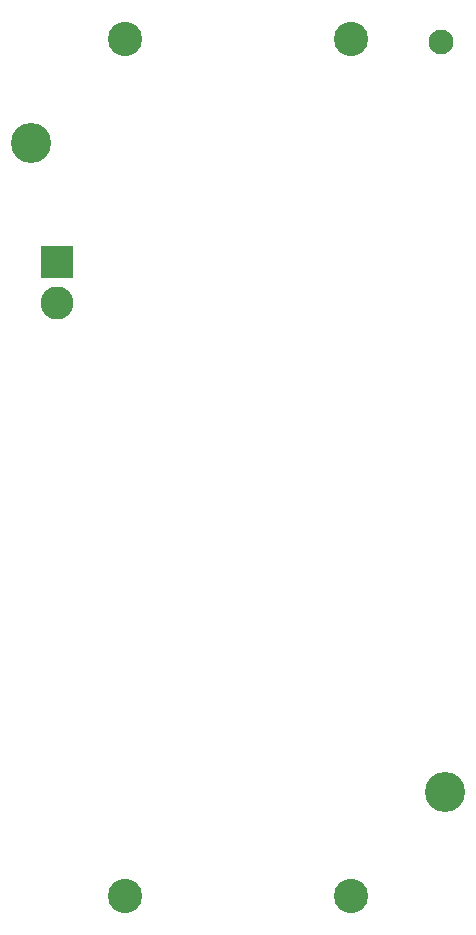
<source format=gbs>
%TF.GenerationSoftware,KiCad,Pcbnew,4.0.4-stable*%
%TF.CreationDate,2017-05-07T02:49:31+03:00*%
%TF.ProjectId,18650_pcb,31383635305F7063622E6B696361645F,rev?*%
%TF.FileFunction,Soldermask,Bot*%
%FSLAX46Y46*%
G04 Gerber Fmt 4.6, Leading zero omitted, Abs format (unit mm)*
G04 Created by KiCad (PCBNEW 4.0.4-stable) date 05/07/17 02:49:31*
%MOMM*%
%LPD*%
G01*
G04 APERTURE LIST*
%ADD10C,0.200000*%
%ADD11C,2.900000*%
%ADD12C,2.100000*%
%ADD13C,3.400000*%
%ADD14C,2.800000*%
%ADD15R,2.800000X2.800000*%
G04 APERTURE END LIST*
D10*
D11*
X140450000Y-63750000D03*
X159550000Y-63750000D03*
X140450000Y-136250000D03*
X159550000Y-136250000D03*
D12*
X167200000Y-64000000D03*
D13*
X132500000Y-72500000D03*
X167500000Y-127500000D03*
D14*
X134678620Y-86108040D03*
D15*
X134678620Y-82608040D03*
M02*

</source>
